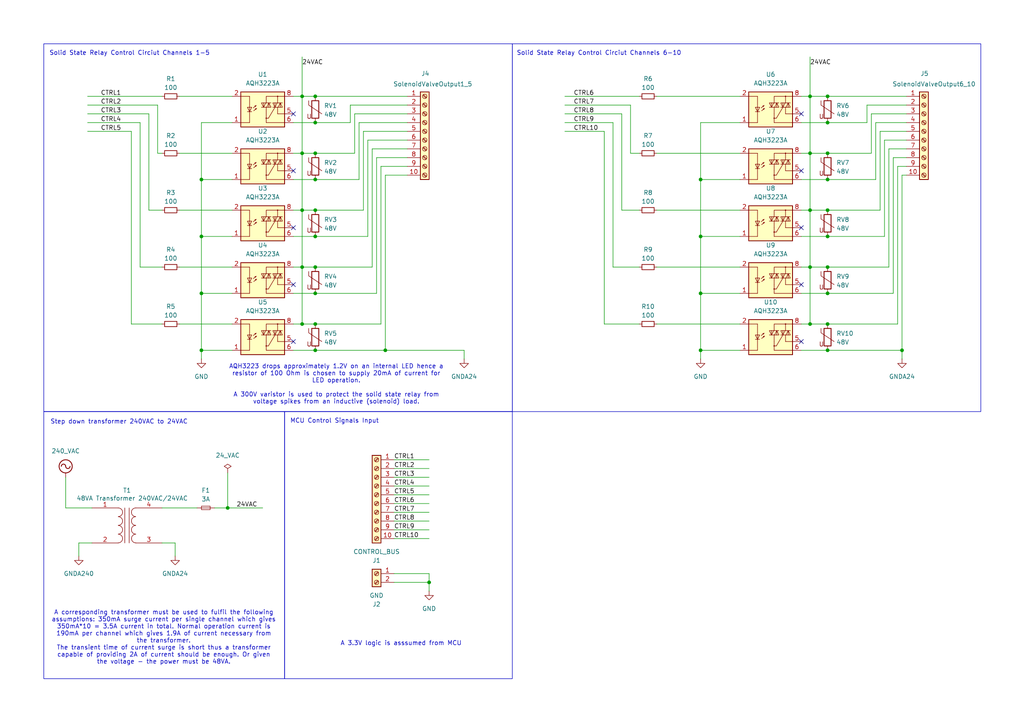
<source format=kicad_sch>
(kicad_sch (version 20231120) (generator "eeschema") (generator_version "8.0")
  (paper "A4")
  (lib_symbols
    (symbol "Connector:Screw_Terminal_01x02" (pin_names (offset 1.016) hide)
      (property "Reference" "J" (at 0 2.54 0))
      (property "Value" "Screw_Terminal_01x02" (at 0 -5.08 0))
      (symbol "Screw_Terminal_01x02_1_1"
        (rectangle (start -1.27 1.27) (end 1.27 -3.81) (stroke (width 0.254)) (fill (type background)))
        (circle (center 0 -2.54) (radius 0.635) (stroke (width 0.1524)))
        (polyline (pts (xy -0.5334 -2.2098) (xy 0.3302 -3.048)) (stroke (width 0.1524)))
        (polyline (pts (xy -0.5334 0.3302) (xy 0.3302 -0.508)) (stroke (width 0.1524)))
        (polyline (pts (xy -0.3556 -2.032) (xy 0.508 -2.8702)) (stroke (width 0.1524)))
        (polyline (pts (xy -0.3556 0.508) (xy 0.508 -0.3302)) (stroke (width 0.1524)))
        (circle (center 0 0) (radius 0.635) (stroke (width 0.1524)))
        (pin passive line (at -5.08 0 0) (length 3.81) (name "Pin_1") (number "1"))
        (pin passive line (at -5.08 -2.54 0) (length 3.81) (name "Pin_2") (number "2"))
      )
    )
    (symbol "Connector:Screw_Terminal_01x10" (pin_names (offset 1.016) hide)
      (property "Reference" "J" (at 0 12.7 0))
      (property "Value" "Screw_Terminal_01x10" (at 0 -15.24 0))
      (symbol "Screw_Terminal_01x10_1_1"
        (rectangle (start -1.27 11.43) (end 1.27 -13.97) (stroke (width 0.254)) (fill (type background)))
        (circle (center 0 -12.7) (radius 0.635) (stroke (width 0.1524)))
        (circle (center 0 -10.16) (radius 0.635) (stroke (width 0.1524)))
        (circle (center 0 -7.62) (radius 0.635) (stroke (width 0.1524)))
        (circle (center 0 -5.08) (radius 0.635) (stroke (width 0.1524)))
        (circle (center 0 -2.54) (radius 0.635) (stroke (width 0.1524)))
        (polyline (pts (xy -0.5334 -12.3698) (xy 0.3302 -13.208)) (stroke (width 0.1524)))
        (polyline (pts (xy -0.5334 -9.8298) (xy 0.3302 -10.668)) (stroke (width 0.1524)))
        (polyline (pts (xy -0.5334 -7.2898) (xy 0.3302 -8.128)) (stroke (width 0.1524)))
        (polyline (pts (xy -0.5334 -4.7498) (xy 0.3302 -5.588)) (stroke (width 0.1524)))
        (polyline (pts (xy -0.5334 -2.2098) (xy 0.3302 -3.048)) (stroke (width 0.1524)))
        (polyline (pts (xy -0.5334 0.3302) (xy 0.3302 -0.508)) (stroke (width 0.1524)))
        (polyline (pts (xy -0.5334 2.8702) (xy 0.3302 2.032)) (stroke (width 0.1524)))
        (polyline (pts (xy -0.5334 5.4102) (xy 0.3302 4.572)) (stroke (width 0.1524)))
        (polyline (pts (xy -0.5334 7.9502) (xy 0.3302 7.112)) (stroke (width 0.1524)))
        (polyline (pts (xy -0.5334 10.4902) (xy 0.3302 9.652)) (stroke (width 0.1524)))
        (polyline (pts (xy -0.3556 -12.192) (xy 0.508 -13.0302)) (stroke (width 0.1524)))
        (polyline (pts (xy -0.3556 -9.652) (xy 0.508 -10.4902)) (stroke (width 0.1524)))
        (polyline (pts (xy -0.3556 -7.112) (xy 0.508 -7.9502)) (stroke (width 0.1524)))
        (polyline (pts (xy -0.3556 -4.572) (xy 0.508 -5.4102)) (stroke (width 0.1524)))
        (polyline (pts (xy -0.3556 -2.032) (xy 0.508 -2.8702)) (stroke (width 0.1524)))
        (polyline (pts (xy -0.3556 0.508) (xy 0.508 -0.3302)) (stroke (width 0.1524)))
        (polyline (pts (xy -0.3556 3.048) (xy 0.508 2.2098)) (stroke (width 0.1524)))
        (polyline (pts (xy -0.3556 5.588) (xy 0.508 4.7498)) (stroke (width 0.1524)))
        (polyline (pts (xy -0.3556 8.128) (xy 0.508 7.2898)) (stroke (width 0.1524)))
        (polyline (pts (xy -0.3556 10.668) (xy 0.508 9.8298)) (stroke (width 0.1524)))
        (circle (center 0 0) (radius 0.635) (stroke (width 0.1524)))
        (circle (center 0 2.54) (radius 0.635) (stroke (width 0.1524)))
        (circle (center 0 5.08) (radius 0.635) (stroke (width 0.1524)))
        (circle (center 0 7.62) (radius 0.635) (stroke (width 0.1524)))
        (circle (center 0 10.16) (radius 0.635) (stroke (width 0.1524)))
        (pin passive line (at -5.08 10.16 0) (length 3.81) (name "Pin_1") (number "1"))
        (pin passive line (at -5.08 -12.7 0) (length 3.81) (name "Pin_10") (number "10"))
        (pin passive line (at -5.08 7.62 0) (length 3.81) (name "Pin_2") (number "2"))
        (pin passive line (at -5.08 5.08 0) (length 3.81) (name "Pin_3") (number "3"))
        (pin passive line (at -5.08 2.54 0) (length 3.81) (name "Pin_4") (number "4"))
        (pin passive line (at -5.08 0 0) (length 3.81) (name "Pin_5") (number "5"))
        (pin passive line (at -5.08 -2.54 0) (length 3.81) (name "Pin_6") (number "6"))
        (pin passive line (at -5.08 -5.08 0) (length 3.81) (name "Pin_7") (number "7"))
        (pin passive line (at -5.08 -7.62 0) (length 3.81) (name "Pin_8") (number "8"))
        (pin passive line (at -5.08 -10.16 0) (length 3.81) (name "Pin_9") (number "9"))
      )
    )
    (symbol "Device:Fuse_Small" (pin_numbers hide) (pin_names (offset 0.254) hide)
      (property "Reference" "F" (at 0 -1.524 0))
      (property "Value" "Fuse_Small" (at 0 1.524 0))
      (symbol "Fuse_Small_0_1"
        (rectangle (start -1.27 0.508) (end 1.27 -0.508))
        (polyline (pts (xy -1.27 0) (xy 1.27 0)))
      )
      (symbol "Fuse_Small_1_1"
        (pin passive line (at -2.54 0 0) (length 1.27) (name "~") (number "1"))
        (pin passive line (at 2.54 0 180) (length 1.27) (name "~") (number "2"))
      )
    )
    (symbol "Device:R_Small" (pin_numbers hide) (pin_names (offset 0.254) hide)
      (property "Reference" "R" (at 0.762 0.508 0))
      (property "Value" "R_Small" (at 0.762 -1.016 0))
      (symbol "R_Small_0_1"
        (rectangle (start -0.762 1.778) (end 0.762 -1.778) (stroke (width 0.2032)))
      )
      (symbol "R_Small_1_1"
        (pin passive line (at 0 2.54 270) (length 0.762) (name "~") (number "1"))
        (pin passive line (at 0 -2.54 90) (length 0.762) (name "~") (number "2"))
      )
    )
    (symbol "Device:Transformer_1P_1S" (pin_names (offset 1.016) hide)
      (property "Reference" "T" (at 0 6.35 0))
      (property "Value" "Transformer_1P_1S" (at 0 -7.62 0))
      (symbol "Transformer_1P_1S_0_1"
        (arc (start -2.54 -5.0546) (mid -1.6599 -4.6901) (end -1.27 -3.81))
        (arc (start -2.54 -2.5146) (mid -1.6599 -2.1501) (end -1.27 -1.27))
        (arc (start -2.54 0.0254) (mid -1.6599 0.3899) (end -1.27 1.27))
        (arc (start -2.54 2.5654) (mid -1.6599 2.9299) (end -1.27 3.81))
        (arc (start -1.27 -3.81) (mid -1.642 -2.912) (end -2.54 -2.54))
        (arc (start -1.27 -1.27) (mid -1.642 -0.372) (end -2.54 0))
        (arc (start -1.27 1.27) (mid -1.642 2.168) (end -2.54 2.54))
        (arc (start -1.27 3.81) (mid -1.642 4.708) (end -2.54 5.08))
        (polyline (pts (xy -0.635 5.08) (xy -0.635 -5.08)))
        (polyline (pts (xy 0.635 -5.08) (xy 0.635 5.08)))
        (arc (start 1.2954 -1.27) (mid 1.6599 -2.1501) (end 2.54 -2.5146))
        (arc (start 1.2954 1.27) (mid 1.6599 0.3899) (end 2.54 0.0254))
        (arc (start 1.2954 3.81) (mid 1.6599 2.9299) (end 2.54 2.5654))
        (arc (start 1.3208 -3.81) (mid 1.6853 -4.6901) (end 2.5654 -5.0546))
        (arc (start 2.54 0) (mid 1.642 -0.372) (end 1.2954 -1.27))
        (arc (start 2.54 2.54) (mid 1.642 2.168) (end 1.2954 1.27))
        (arc (start 2.54 5.08) (mid 1.642 4.708) (end 1.2954 3.81))
        (arc (start 2.5654 -2.54) (mid 1.6674 -2.912) (end 1.3208 -3.81))
      )
      (symbol "Transformer_1P_1S_1_1"
        (pin passive line (at -10.16 5.08 0) (length 7.62) (name "AA") (number "1"))
        (pin passive line (at -10.16 -5.08 0) (length 7.62) (name "AB") (number "2"))
        (pin passive line (at 10.16 -5.08 180) (length 7.62) (name "SA") (number "3"))
        (pin passive line (at 10.16 5.08 180) (length 7.62) (name "SB") (number "4"))
      )
    )
    (symbol "Device:Varistor" (pin_numbers hide) (pin_names (offset 0))
      (property "Reference" "RV" (at 3.175 0 90))
      (property "Value" "Varistor" (at -3.175 0 90))
      (symbol "Varistor_0_0"
        (text "U" (at -1.778 -2.032 0) (effects (font (size 1.27 1.27))))
      )
      (symbol "Varistor_0_1"
        (rectangle (start -1.016 -2.54) (end 1.016 2.54) (stroke (width 0.254)))
        (polyline (pts (xy -1.905 2.54) (xy -1.905 1.27) (xy 1.905 -1.27)))
      )
      (symbol "Varistor_1_1"
        (pin passive line (at 0 3.81 270) (length 1.27) (name "~") (number "1"))
        (pin passive line (at 0 -3.81 90) (length 1.27) (name "~") (number "2"))
      )
    )
    (symbol "Relay_SolidState:AQH3223A"
      (property "Reference" "U" (at -5.08 5.08 0))
      (property "Value" "AQH3223A" (at 0 5.08 0))
      (symbol "AQH3223A_1_1"
        (rectangle (start -7.62 3.81) (end 5.08 -6.35) (stroke (width 0.254)) (fill (type background)))
        (circle (center -0.254 -3.81) (radius 0.127))
        (polyline (pts (xy -5.715 -1.905) (xy -4.445 -1.905)))
        (polyline (pts (xy -5.08 -5.08) (xy -7.62 -5.08)))
        (polyline (pts (xy -5.08 -1.905) (xy -5.08 -5.08)))
        (polyline (pts (xy -5.08 -0.635) (xy -5.08 -1.905)))
        (polyline (pts (xy -5.08 -0.635) (xy -5.08 2.54)))
        (polyline (pts (xy -5.08 2.54) (xy -7.493 2.54)))
        (polyline (pts (xy -3.3782 -0.2794) (xy -4.0132 -0.8128)))
        (polyline (pts (xy -3.2512 -1.1176) (xy -3.8862 -1.651)))
        (polyline (pts (xy -1.016 -0.635) (xy -1.016 0.635)))
        (polyline (pts (xy -0.254 -3.81) (xy 0.381 -3.81)))
        (polyline (pts (xy -0.254 -2.54) (xy -0.254 -5.08)))
        (polyline (pts (xy -0.254 -2.54) (xy -0.254 -0.635)))
        (polyline (pts (xy 0.381 -3.81) (xy 2.286 -0.635)))
        (polyline (pts (xy 0.508 0.635) (xy 0.508 -0.635)))
        (polyline (pts (xy 2.286 -0.635) (xy 2.286 0.635)))
        (polyline (pts (xy 3.048 -2.54) (xy 5.08 -2.54)))
        (polyline (pts (xy 3.048 -0.635) (xy 3.048 -2.54)))
        (polyline (pts (xy 3.048 2.54) (xy 3.048 0.635)))
        (polyline (pts (xy 3.81 0.635) (xy 3.81 -0.635)))
        (polyline (pts (xy 5.08 -5.08) (xy -0.254 -5.08)))
        (polyline (pts (xy 5.08 2.54) (xy 3.048 2.54)))
        (polyline (pts (xy 3.048 2.54) (xy -0.254 2.54) (xy -0.254 0.635)))
        (polyline (pts (xy -5.08 -1.905) (xy -5.715 -0.635) (xy -4.445 -0.635) (xy -5.08 -1.905)))
        (polyline (pts (xy -3.556 -0.254) (xy -3.3782 -0.4318) (xy -3.1496 -0.1016) (xy -3.556 -0.254)))
        (polyline (pts (xy -3.429 -1.0922) (xy -3.2512 -1.27) (xy -3.0226 -0.9398) (xy -3.429 -1.0922)))
        (polyline (pts (xy -1.651 -0.635) (xy 1.143 -0.635) (xy 0.508 0.635) (xy -0.127 -0.635)))
        (polyline (pts (xy 1.143 0.635) (xy -1.651 0.635) (xy -1.016 -0.635) (xy -0.381 0.635)))
        (polyline (pts (xy 1.651 -0.635) (xy 4.445 -0.635) (xy 3.81 0.635) (xy 3.175 -0.635)))
        (polyline (pts (xy 4.445 0.635) (xy 1.651 0.635) (xy 2.286 -0.635) (xy 2.921 0.635)))
        (circle (center 3.048 2.54) (radius 0.127))
        (pin passive line (at -10.16 -5.08 0) (length 2.54) (name "~") (number "1"))
        (pin passive line (at -10.16 2.54 0) (length 2.54) (name "~") (number "2"))
        (pin passive line (at -10.16 -5.08 0) (length 2.54) hide (name "~") (number "3"))
        (pin passive line (at -10.16 -5.08 0) (length 2.54) hide (name "~") (number "4"))
        (pin passive line (at 7.62 -2.54 180) (length 2.54) (name "~") (number "5"))
        (pin passive line (at 7.62 -5.08 180) (length 2.54) (name "~") (number "6"))
        (pin passive line (at 7.62 2.54 180) (length 2.54) (name "~") (number "8"))
      )
    )
    (symbol "power:GND" (power) (pin_numbers hide) (pin_names (offset 0) hide)
      (property "Value" "GND" (at 0 -3.81 0))
      (symbol "GND_0_1"
        (polyline (pts (xy 0 0) (xy 0 -1.27) (xy 1.27 -1.27) (xy 0 -2.54) (xy -1.27 -1.27) (xy 0 -1.27)))
      )
      (symbol "GND_1_1"
        (pin power_in line (at 0 0 270) (length 0) (name "~") (number "1"))
      )
    )
    (symbol "power:GNDA" (power) (pin_numbers hide) (pin_names (offset 0) hide)
      (property "Value" "GNDA" (at 0 -3.81 0))
      (symbol "GNDA_0_1"
        (polyline (pts (xy 0 0) (xy 0 -1.27) (xy 1.27 -1.27) (xy 0 -2.54) (xy -1.27 -1.27) (xy 0 -1.27)))
      )
      (symbol "GNDA_1_1"
        (pin power_in line (at 0 0 270) (length 0) (name "~") (number "1"))
      )
    )
    (symbol "power:PWR_FLAG" (power) (pin_numbers hide) (pin_names (offset 0) hide)
      (property "Value" "PWR_FLAG" (at 0 3.81 0))
      (symbol "PWR_FLAG_0_0"
        (pin power_out line (at 0 0 90) (length 0) (name "~") (number "1"))
      )
      (symbol "PWR_FLAG_0_1"
        (polyline (pts (xy 0 0) (xy 0 1.27) (xy -1.016 1.905) (xy 0 2.54) (xy 1.016 1.905) (xy 0 1.27)))
      )
    )
    (symbol "power:VAC" (power) (pin_numbers hide) (pin_names (offset 0) hide)
      (property "Value" "VAC" (at 0 6.35 0))
      (symbol "VAC_0_1"
        (polyline (pts (xy 0 0) (xy 0 1.27)))
        (arc (start 0 3.175) (mid -0.635 3.8073) (end -1.27 3.175) (stroke (width 0.254)))
        (arc (start 0 3.175) (mid 0.635 2.5427) (end 1.27 3.175) (stroke (width 0.254)))
        (circle (center 0 3.175) (radius 1.905) (stroke (width 0.254)))
      )
      (symbol "VAC_1_1"
        (pin power_in line (at 0 0 90) (length 0) (name "~") (number "1"))
      )
    )
  )
  (junction (at 240.03 85.09))
  (junction (at 203.2 68.58))
  (junction (at 91.44 85.09))
  (junction (at 240.03 35.56))
  (junction (at 58.42 101.6))
  (junction (at 66.04 147.32))
  (junction (at 240.03 101.6))
  (junction (at 91.44 101.6))
  (junction (at 58.42 52.07))
  (junction (at 203.2 85.09))
  (junction (at 111.76 101.6))
  (junction (at 91.44 35.56))
  (junction (at 240.03 68.58))
  (junction (at 261.62 101.6))
  (junction (at 91.44 77.47))
  (junction (at 91.44 44.45))
  (junction (at 240.03 44.45))
  (junction (at 240.03 27.94))
  (junction (at 87.63 44.45))
  (junction (at 91.44 52.07))
  (junction (at 87.63 27.94))
  (junction (at 91.44 93.98))
  (junction (at 203.2 52.07))
  (junction (at 240.03 52.07))
  (junction (at 203.2 101.6))
  (junction (at 124.46 168.91))
  (junction (at 58.42 68.58))
  (junction (at 91.44 27.94))
  (junction (at 240.03 77.47))
  (junction (at 234.95 44.45))
  (junction (at 234.95 27.94))
  (junction (at 87.63 93.98))
  (junction (at 91.44 68.58))
  (junction (at 87.63 77.47))
  (junction (at 234.95 93.98))
  (junction (at 58.42 85.09))
  (junction (at 240.03 93.98))
  (junction (at 234.95 77.47))
  (junction (at 91.44 60.96))
  (junction (at 87.63 60.96))
  (junction (at 234.95 60.96))
  (junction (at 240.03 60.96))
  (no_connect (at 85.09 99.06))
  (no_connect (at 85.09 82.55))
  (no_connect (at 85.09 33.02))
  (no_connect (at 232.41 49.53))
  (no_connect (at 232.41 82.55))
  (no_connect (at 232.41 66.04))
  (no_connect (at 232.41 33.02))
  (no_connect (at 232.41 99.06))
  (no_connect (at 85.09 66.04))
  (no_connect (at 85.09 49.53))
  (wire (pts (xy 45.72 30.48) (xy 45.72 44.45)))
  (wire (pts (xy 85.09 93.98) (xy 87.63 93.98)))
  (wire (pts (xy 91.44 44.45) (xy 102.87 44.45)))
  (wire (pts (xy 45.72 44.45) (xy 46.99 44.45)))
  (wire (pts (xy 91.44 85.09) (xy 109.22 85.09)))
  (wire (pts (xy 234.95 44.45) (xy 234.95 60.96)))
  (wire (pts (xy 91.44 101.6) (xy 111.76 101.6)))
  (wire (pts (xy 163.83 35.56) (xy 177.8 35.56)))
  (wire (pts (xy 256.54 40.64) (xy 256.54 68.58)))
  (wire (pts (xy 261.62 101.6) (xy 261.62 104.14)))
  (wire (pts (xy 22.86 157.48) (xy 22.86 161.29)))
  (wire (pts (xy 114.3 166.37) (xy 124.46 166.37)))
  (wire (pts (xy 91.44 93.98) (xy 110.49 93.98)))
  (wire (pts (xy 203.2 85.09) (xy 214.63 85.09)))
  (wire (pts (xy 234.95 60.96) (xy 240.03 60.96)))
  (wire (pts (xy 52.07 27.94) (xy 67.31 27.94)))
  (wire (pts (xy 190.5 27.94) (xy 214.63 27.94)))
  (wire (pts (xy 85.09 77.47) (xy 87.63 77.47)))
  (wire (pts (xy 111.76 50.8) (xy 111.76 101.6)))
  (wire (pts (xy 252.73 44.45) (xy 252.73 33.02)))
  (wire (pts (xy 256.54 68.58) (xy 240.03 68.58)))
  (wire (pts (xy 114.3 168.91) (xy 124.46 168.91)))
  (wire (pts (xy 163.83 30.48) (xy 182.88 30.48)))
  (wire (pts (xy 109.22 45.72) (xy 109.22 85.09)))
  (wire (pts (xy 118.11 45.72) (xy 109.22 45.72)))
  (wire (pts (xy 203.2 68.58) (xy 203.2 85.09)))
  (wire (pts (xy 232.41 35.56) (xy 240.03 35.56)))
  (wire (pts (xy 114.3 151.13) (xy 124.46 151.13)))
  (wire (pts (xy 118.11 35.56) (xy 104.14 35.56)))
  (wire (pts (xy 118.11 30.48) (xy 101.6 30.48)))
  (wire (pts (xy 232.41 77.47) (xy 234.95 77.47)))
  (wire (pts (xy 91.44 68.58) (xy 106.68 68.58)))
  (wire (pts (xy 203.2 52.07) (xy 214.63 52.07)))
  (wire (pts (xy 85.09 68.58) (xy 91.44 68.58)))
  (wire (pts (xy 185.42 44.45) (xy 182.88 44.45)))
  (wire (pts (xy 107.95 43.18) (xy 118.11 43.18)))
  (wire (pts (xy 240.03 52.07) (xy 232.41 52.07)))
  (wire (pts (xy 214.63 44.45) (xy 190.5 44.45)))
  (wire (pts (xy 234.95 27.94) (xy 234.95 44.45)))
  (wire (pts (xy 58.42 68.58) (xy 58.42 85.09)))
  (wire (pts (xy 25.4 35.56) (xy 40.64 35.56)))
  (wire (pts (xy 58.42 52.07) (xy 67.31 52.07)))
  (wire (pts (xy 50.8 157.48) (xy 50.8 161.29)))
  (wire (pts (xy 87.63 27.94) (xy 87.63 44.45)))
  (wire (pts (xy 203.2 52.07) (xy 203.2 68.58)))
  (wire (pts (xy 234.95 27.94) (xy 240.03 27.94)))
  (wire (pts (xy 52.07 44.45) (xy 67.31 44.45)))
  (wire (pts (xy 134.62 101.6) (xy 134.62 104.14)))
  (wire (pts (xy 87.63 60.96) (xy 87.63 77.47)))
  (wire (pts (xy 180.34 60.96) (xy 180.34 33.02)))
  (wire (pts (xy 240.03 35.56) (xy 251.46 35.56)))
  (wire (pts (xy 87.63 60.96) (xy 91.44 60.96)))
  (wire (pts (xy 114.3 138.43) (xy 124.46 138.43)))
  (wire (pts (xy 240.03 44.45) (xy 252.73 44.45)))
  (wire (pts (xy 38.1 38.1) (xy 38.1 93.98)))
  (wire (pts (xy 261.62 101.6) (xy 240.03 101.6)))
  (wire (pts (xy 110.49 93.98) (xy 110.49 48.26)))
  (wire (pts (xy 240.03 93.98) (xy 260.35 93.98)))
  (wire (pts (xy 254 35.56) (xy 254 52.07)))
  (wire (pts (xy 25.4 30.48) (xy 45.72 30.48)))
  (wire (pts (xy 234.95 77.47) (xy 240.03 77.47)))
  (wire (pts (xy 232.41 60.96) (xy 234.95 60.96)))
  (wire (pts (xy 234.95 60.96) (xy 234.95 77.47)))
  (wire (pts (xy 104.14 35.56) (xy 104.14 52.07)))
  (wire (pts (xy 185.42 60.96) (xy 180.34 60.96)))
  (wire (pts (xy 85.09 44.45) (xy 87.63 44.45)))
  (wire (pts (xy 91.44 60.96) (xy 105.41 60.96)))
  (wire (pts (xy 58.42 35.56) (xy 58.42 52.07)))
  (wire (pts (xy 232.41 93.98) (xy 234.95 93.98)))
  (wire (pts (xy 114.3 140.97) (xy 124.46 140.97)))
  (wire (pts (xy 66.04 147.32) (xy 62.23 147.32)))
  (wire (pts (xy 67.31 35.56) (xy 58.42 35.56)))
  (wire (pts (xy 261.62 50.8) (xy 261.62 101.6)))
  (wire (pts (xy 262.89 38.1) (xy 255.27 38.1)))
  (wire (pts (xy 105.41 60.96) (xy 105.41 38.1)))
  (wire (pts (xy 203.2 85.09) (xy 203.2 101.6)))
  (wire (pts (xy 203.2 101.6) (xy 214.63 101.6)))
  (wire (pts (xy 52.07 60.96) (xy 67.31 60.96)))
  (wire (pts (xy 118.11 40.64) (xy 106.68 40.64)))
  (wire (pts (xy 87.63 16.51) (xy 87.63 27.94)))
  (wire (pts (xy 87.63 77.47) (xy 87.63 93.98)))
  (wire (pts (xy 177.8 77.47) (xy 177.8 35.56)))
  (wire (pts (xy 91.44 35.56) (xy 85.09 35.56)))
  (wire (pts (xy 19.05 138.43) (xy 19.05 147.32)))
  (wire (pts (xy 102.87 33.02) (xy 118.11 33.02)))
  (wire (pts (xy 260.35 48.26) (xy 260.35 93.98)))
  (wire (pts (xy 203.2 68.58) (xy 214.63 68.58)))
  (wire (pts (xy 58.42 101.6) (xy 58.42 104.14)))
  (wire (pts (xy 262.89 40.64) (xy 256.54 40.64)))
  (wire (pts (xy 234.95 16.51) (xy 234.95 27.94)))
  (wire (pts (xy 58.42 85.09) (xy 67.31 85.09)))
  (wire (pts (xy 240.03 101.6) (xy 232.41 101.6)))
  (wire (pts (xy 118.11 50.8) (xy 111.76 50.8)))
  (wire (pts (xy 262.89 45.72) (xy 259.08 45.72)))
  (wire (pts (xy 26.67 157.48) (xy 22.86 157.48)))
  (wire (pts (xy 163.83 33.02) (xy 180.34 33.02)))
  (wire (pts (xy 57.15 147.32) (xy 46.99 147.32)))
  (wire (pts (xy 257.81 43.18) (xy 257.81 77.47)))
  (wire (pts (xy 232.41 27.94) (xy 234.95 27.94)))
  (wire (pts (xy 91.44 77.47) (xy 107.95 77.47)))
  (wire (pts (xy 58.42 52.07) (xy 58.42 68.58)))
  (wire (pts (xy 203.2 101.6) (xy 203.2 104.14)))
  (wire (pts (xy 185.42 93.98) (xy 175.26 93.98)))
  (wire (pts (xy 40.64 77.47) (xy 46.99 77.47)))
  (wire (pts (xy 114.3 146.05) (xy 124.46 146.05)))
  (wire (pts (xy 85.09 60.96) (xy 87.63 60.96)))
  (wire (pts (xy 259.08 45.72) (xy 259.08 85.09)))
  (wire (pts (xy 85.09 101.6) (xy 91.44 101.6)))
  (wire (pts (xy 25.4 33.02) (xy 43.18 33.02)))
  (wire (pts (xy 251.46 30.48) (xy 262.89 30.48)))
  (wire (pts (xy 58.42 68.58) (xy 67.31 68.58)))
  (wire (pts (xy 87.63 93.98) (xy 91.44 93.98)))
  (wire (pts (xy 66.04 147.32) (xy 76.2 147.32)))
  (wire (pts (xy 175.26 93.98) (xy 175.26 38.1)))
  (wire (pts (xy 124.46 166.37) (xy 124.46 168.91)))
  (wire (pts (xy 87.63 77.47) (xy 91.44 77.47)))
  (wire (pts (xy 252.73 33.02) (xy 262.89 33.02)))
  (wire (pts (xy 234.95 77.47) (xy 234.95 93.98)))
  (wire (pts (xy 114.3 135.89) (xy 124.46 135.89)))
  (wire (pts (xy 234.95 44.45) (xy 240.03 44.45)))
  (wire (pts (xy 102.87 44.45) (xy 102.87 33.02)))
  (wire (pts (xy 114.3 133.35) (xy 124.46 133.35)))
  (wire (pts (xy 114.3 156.21) (xy 124.46 156.21)))
  (wire (pts (xy 58.42 101.6) (xy 67.31 101.6)))
  (wire (pts (xy 240.03 77.47) (xy 257.81 77.47)))
  (wire (pts (xy 110.49 48.26) (xy 118.11 48.26)))
  (wire (pts (xy 262.89 48.26) (xy 260.35 48.26)))
  (wire (pts (xy 240.03 60.96) (xy 255.27 60.96)))
  (wire (pts (xy 91.44 52.07) (xy 104.14 52.07)))
  (wire (pts (xy 214.63 77.47) (xy 190.5 77.47)))
  (wire (pts (xy 58.42 85.09) (xy 58.42 101.6)))
  (wire (pts (xy 114.3 143.51) (xy 124.46 143.51)))
  (wire (pts (xy 111.76 101.6) (xy 134.62 101.6)))
  (wire (pts (xy 214.63 60.96) (xy 190.5 60.96)))
  (wire (pts (xy 91.44 27.94) (xy 118.11 27.94)))
  (wire (pts (xy 114.3 153.67) (xy 124.46 153.67)))
  (wire (pts (xy 85.09 52.07) (xy 91.44 52.07)))
  (wire (pts (xy 87.63 44.45) (xy 87.63 60.96)))
  (wire (pts (xy 163.83 38.1) (xy 175.26 38.1)))
  (wire (pts (xy 232.41 44.45) (xy 234.95 44.45)))
  (wire (pts (xy 255.27 38.1) (xy 255.27 60.96)))
  (wire (pts (xy 114.3 148.59) (xy 124.46 148.59)))
  (wire (pts (xy 262.89 35.56) (xy 254 35.56)))
  (wire (pts (xy 124.46 168.91) (xy 124.46 171.45)))
  (wire (pts (xy 251.46 35.56) (xy 251.46 30.48)))
  (wire (pts (xy 259.08 85.09) (xy 240.03 85.09)))
  (wire (pts (xy 107.95 77.47) (xy 107.95 43.18)))
  (wire (pts (xy 214.63 93.98) (xy 190.5 93.98)))
  (wire (pts (xy 262.89 50.8) (xy 261.62 50.8)))
  (wire (pts (xy 46.99 157.48) (xy 50.8 157.48)))
  (wire (pts (xy 185.42 77.47) (xy 177.8 77.47)))
  (wire (pts (xy 101.6 35.56) (xy 91.44 35.56)))
  (wire (pts (xy 182.88 44.45) (xy 182.88 30.48)))
  (wire (pts (xy 240.03 85.09) (xy 232.41 85.09)))
  (wire (pts (xy 87.63 44.45) (xy 91.44 44.45)))
  (wire (pts (xy 262.89 43.18) (xy 257.81 43.18)))
  (wire (pts (xy 240.03 27.94) (xy 262.89 27.94)))
  (wire (pts (xy 52.07 77.47) (xy 67.31 77.47)))
  (wire (pts (xy 203.2 35.56) (xy 203.2 52.07)))
  (wire (pts (xy 163.83 27.94) (xy 185.42 27.94)))
  (wire (pts (xy 52.07 93.98) (xy 67.31 93.98)))
  (wire (pts (xy 105.41 38.1) (xy 118.11 38.1)))
  (wire (pts (xy 85.09 27.94) (xy 87.63 27.94)))
  (wire (pts (xy 40.64 35.56) (xy 40.64 77.47)))
  (wire (pts (xy 43.18 60.96) (xy 46.99 60.96)))
  (wire (pts (xy 66.04 137.16) (xy 66.04 147.32)))
  (wire (pts (xy 106.68 40.64) (xy 106.68 68.58)))
  (wire (pts (xy 101.6 30.48) (xy 101.6 35.56)))
  (wire (pts (xy 25.4 38.1) (xy 38.1 38.1)))
  (wire (pts (xy 214.63 35.56) (xy 203.2 35.56)))
  (wire (pts (xy 43.18 33.02) (xy 43.18 60.96)))
  (wire (pts (xy 85.09 85.09) (xy 91.44 85.09)))
  (wire (pts (xy 254 52.07) (xy 240.03 52.07)))
  (wire (pts (xy 25.4 27.94) (xy 46.99 27.94)))
  (wire (pts (xy 87.63 27.94) (xy 91.44 27.94)))
  (wire (pts (xy 38.1 93.98) (xy 46.99 93.98)))
  (wire (pts (xy 234.95 93.98) (xy 240.03 93.98)))
  (wire (pts (xy 19.05 147.32) (xy 26.67 147.32)))
  (wire (pts (xy 240.03 68.58) (xy 232.41 68.58)))
  (rectangle (start 12.7 119.38) (end 82.55 196.85))
  (rectangle (start 82.55 119.38) (end 148.59 196.85))
  (rectangle (start 12.7 12.7) (end 148.59 119.38))
  (rectangle (start 148.59 12.7) (end 284.48 119.38))
  (text "MCU Control Signals Input" (at 97.028 122.174 0) (effects (font (size 1.27 1.27))))
  (text "AQH3223 drops approximately 1.2V on an internal LED hence a\nresistor of 100 Ohm is chosen to supply 20mA of current for\nLED operation.\n\nA 300V varistor is used to protect the solid state relay from\nvoltage spikes from an inductive (solenoid) load." (at 97.536 111.506 0) (effects (font (size 1.27 1.27))))
  (text "A corresponding transformer must be used to fulfil the following\nassumptions: 350mA surge current per single channel which gives\n350mA*10 = 3.5A current in total. Normal operation current is\n190mA per channel which gives 1.9A of current necessary from\nthe transformer.\nThe transient time of current surge is short thus a transformer\ncapable of providing 2A of current should be enough. Or given\nthe voltage - the power must be 48VA." (at 47.498 184.912 0) (effects (font (size 1.27 1.27))))
  (text "Step down transformer 240VAC to 24VAC" (at 34.544 122.428 0) (effects (font (size 1.27 1.27))))
  (text "Solid State Relay Control Circiut Channels 6-10" (at 173.736 15.494 0) (effects (font (size 1.27 1.27))))
  (text "A 3.3V logic is asssumed from MCU" (at 116.332 186.69 0) (effects (font (size 1.27 1.27))))
  (text "Solid State Relay Control Circiut Channels 1-5" (at 37.592 15.494 0) (effects (font (size 1.27 1.27))))
  (label "CTRL1" (at 114.3 133.35 0))
  (label "CTRL7" (at 114.3 148.59 0))
  (label "CTRL9" (at 166.37 35.56 0))
  (label "CTRL7" (at 166.37 30.48 0))
  (label "CTRL8" (at 114.3 151.13 0))
  (label "CTRL6" (at 166.37 27.94 0))
  (label "CTRL6" (at 114.3 146.05 0))
  (label "24VAC" (at 68.58 147.32 0))
  (label "CTRL2" (at 114.3 135.89 0))
  (label "CTRL5" (at 114.3 143.51 0))
  (label "CTRL2" (at 29.21 30.48 0))
  (label "CTRL10" (at 166.37 38.1 0))
  (label "CTRL3" (at 114.3 138.43 0))
  (label "24VAC" (at 87.63 19.05 0))
  (label "CTRL8" (at 166.37 33.02 0))
  (label "CTRL4" (at 29.21 35.56 0))
  (label "CTRL9" (at 114.3 153.67 0))
  (label "CTRL1" (at 29.21 27.94 0))
  (label "24VAC" (at 234.95 19.05 0))
  (label "CTRL3" (at 29.21 33.02 0))
  (label "CTRL5" (at 29.21 38.1 0))
  (label "CTRL4" (at 114.3 140.97 0))
  (label "CTRL10" (at 114.3 156.21 0))
  (symbol (lib_id "power:GND") (at 124.46 171.45 0) (unit 1)
    (property "Reference" "#PWR06" (effects (hide yes)))
    (property "Value" "GND" (at 124.46 176.53 0))
    (property "Description" "Power symbol creates a global label with name \"GND\" , ground" (effects (hide yes)))
  )
  (symbol (lib_id "Device:R_Small") (at 49.53 44.45 90) (unit 1)
    (property "Reference" "R2" (at 49.53 39.37 90))
    (property "Value" "100" (at 49.53 41.91 90))
    (property "Description" "Resistor, small symbol" (effects (hide yes)))
  )
  (symbol (lib_id "Device:R_Small") (at 187.96 77.47 90) (unit 1)
    (property "Reference" "R9" (at 187.96 72.39 90))
    (property "Value" "100" (at 187.96 74.93 90))
    (property "Description" "Resistor, small symbol" (effects (hide yes)))
  )
  (symbol (lib_id "power:GNDA") (at 50.8 161.29 0) (unit 1)
    (property "Reference" "#PWR05" (effects (hide yes)))
    (property "Value" "GNDA24" (at 50.8 166.37 0))
    (property "Description" "Power symbol creates a global label with name \"GNDA\" , analog ground" (effects (hide yes)))
  )
  (symbol (lib_id "Device:Varistor") (at 240.03 64.77 0) (unit 1)
    (property "Reference" "RV8" (at 242.57 63.6932 0) (effects (justify left)))
    (property "Value" "48V" (at 242.57 66.2332 0) (effects (justify left)))
    (property "Description" "Voltage dependent resistor" (effects (hide yes)))
    (property "Sim.Name" "kicad_builtin_varistor" (effects (hide yes)))
    (property "Sim.Device" "SUBCKT" (effects (hide yes)))
    (property "Sim.Pins" "1=A 2=B" (effects (hide yes)))
    (property "Sim.Params" "threshold=1k" (effects (hide yes)))
    (property "Sim.Library" "${KICAD7_SYMBOL_DIR}/Simulation_SPICE.sp" (effects (hide yes)))
  )
  (symbol (lib_id "Device:R_Small") (at 187.96 27.94 90) (unit 1)
    (property "Reference" "R6" (at 187.96 22.86 90))
    (property "Value" "100" (at 187.96 25.4 90))
    (property "Description" "Resistor, small symbol" (effects (hide yes)))
  )
  (symbol (lib_id "Device:R_Small") (at 49.53 60.96 90) (unit 1)
    (property "Reference" "R3" (at 49.53 55.88 90))
    (property "Value" "100" (at 49.53 58.42 90))
    (property "Description" "Resistor, small symbol" (effects (hide yes)))
  )
  (symbol (lib_id "Device:Varistor") (at 240.03 31.75 0) (unit 1)
    (property "Reference" "RV6" (at 242.57 30.6732 0) (effects (justify left)))
    (property "Value" "48V" (at 242.57 33.2132 0) (effects (justify left)))
    (property "Description" "Voltage dependent resistor" (effects (hide yes)))
    (property "Sim.Name" "kicad_builtin_varistor" (effects (hide yes)))
    (property "Sim.Device" "SUBCKT" (effects (hide yes)))
    (property "Sim.Pins" "1=A 2=B" (effects (hide yes)))
    (property "Sim.Params" "threshold=1k" (effects (hide yes)))
    (property "Sim.Library" "${KICAD7_SYMBOL_DIR}/Simulation_SPICE.sp" (effects (hide yes)))
  )
  (symbol (lib_id "Relay_SolidState:AQH3223A") (at 224.79 63.5 0) (unit 1)
    (property "Reference" "U8" (at 223.52 54.61 0))
    (property "Value" "AQH3223A" (at 223.52 57.15 0))
    (property "Footprint" "Package_SO:SSO-7-8_6.4x9.78mm_P2.54mm" (effects (hide yes)))
    (property "Datasheet" "https://mediap.industry.panasonic.eu/assets/imported/industrial.panasonic.com/ac/cdn/e/control/relay/solid-state/catalog/semi_eng_aqh.pdf" (effects (hide yes)))
    (property "Description" "Random Phase Opto-Triac, Vdrm 600V, Ift 10mA, IT 1.2A, SOIC-7" (effects (hide yes)))
  )
  (symbol (lib_id "Device:Varistor") (at 91.44 64.77 0) (unit 1)
    (property "Reference" "RV3" (at 93.98 63.6932 0) (effects (justify left)))
    (property "Value" "48V" (at 93.98 66.2332 0) (effects (justify left)))
    (property "Description" "Voltage dependent resistor" (effects (hide yes)))
    (property "Sim.Name" "kicad_builtin_varistor" (effects (hide yes)))
    (property "Sim.Device" "SUBCKT" (effects (hide yes)))
    (property "Sim.Pins" "1=A 2=B" (effects (hide yes)))
    (property "Sim.Params" "threshold=1k" (effects (hide yes)))
    (property "Sim.Library" "${KICAD7_SYMBOL_DIR}/Simulation_SPICE.sp" (effects (hide yes)))
  )
  (symbol (lib_id "power:GND") (at 58.42 104.14 0) (unit 1)
    (property "Reference" "#PWR01" (effects (hide yes)))
    (property "Value" "GND" (at 58.42 109.22 0))
    (property "Description" "Power symbol creates a global label with name \"GND\" , ground" (effects (hide yes)))
  )
  (symbol (lib_id "Device:Varistor") (at 240.03 97.79 0) (unit 1)
    (property "Reference" "RV10" (at 242.57 96.7132 0) (effects (justify left)))
    (property "Value" "48V" (at 242.57 99.2532 0) (effects (justify left)))
    (property "Description" "Voltage dependent resistor" (effects (hide yes)))
    (property "Sim.Name" "kicad_builtin_varistor" (effects (hide yes)))
    (property "Sim.Device" "SUBCKT" (effects (hide yes)))
    (property "Sim.Pins" "1=A 2=B" (effects (hide yes)))
    (property "Sim.Params" "threshold=1k" (effects (hide yes)))
    (property "Sim.Library" "${KICAD7_SYMBOL_DIR}/Simulation_SPICE.sp" (effects (hide yes)))
  )
  (symbol (lib_id "power:PWR_FLAG") (at 66.04 137.16 0) (unit 1)
    (property "Reference" "#FLG01" (effects (hide yes)))
    (property "Value" "24_VAC" (at 66.04 132.08 0))
    (property "Description" "Special symbol for telling ERC where power comes from" (effects (hide yes)))
  )
  (symbol (lib_id "power:GNDA") (at 261.62 104.14 0) (unit 1)
    (property "Reference" "#PWR08" (effects (hide yes)))
    (property "Value" "GNDA24" (at 261.62 109.22 0))
    (property "Description" "Power symbol creates a global label with name \"GNDA\" , analog ground" (effects (hide yes)))
  )
  (symbol (lib_id "Relay_SolidState:AQH3223A") (at 77.47 63.5 0) (unit 1)
    (property "Reference" "U3" (at 76.2 54.61 0))
    (property "Value" "AQH3223A" (at 76.2 57.15 0))
    (property "Footprint" "Package_SO:SSO-7-8_6.4x9.78mm_P2.54mm" (effects (hide yes)))
    (property "Datasheet" "https://mediap.industry.panasonic.eu/assets/imported/industrial.panasonic.com/ac/cdn/e/control/relay/solid-state/catalog/semi_eng_aqh.pdf" (effects (hide yes)))
    (property "Description" "Random Phase Opto-Triac, Vdrm 600V, Ift 10mA, IT 1.2A, SOIC-7" (effects (hide yes)))
  )
  (symbol (lib_id "Relay_SolidState:AQH3223A") (at 77.47 30.48 0) (unit 1)
    (property "Reference" "U1" (at 76.2 21.59 0))
    (property "Value" "AQH3223A" (at 76.2 24.13 0))
    (property "Footprint" "Package_SO:SSO-7-8_6.4x9.78mm_P2.54mm" (effects (hide yes)))
    (property "Datasheet" "https://mediap.industry.panasonic.eu/assets/imported/industrial.panasonic.com/ac/cdn/e/control/relay/solid-state/catalog/semi_eng_aqh.pdf" (effects (hide yes)))
    (property "Description" "Random Phase Opto-Triac, Vdrm 600V, Ift 10mA, IT 1.2A, SOIC-7" (effects (hide yes)))
  )
  (symbol (lib_id "Device:R_Small") (at 49.53 27.94 90) (unit 1)
    (property "Reference" "R1" (at 49.53 22.86 90))
    (property "Value" "100" (at 49.53 25.4 90))
    (property "Description" "Resistor, small symbol" (effects (hide yes)))
  )
  (symbol (lib_id "Relay_SolidState:AQH3223A") (at 77.47 80.01 0) (unit 1)
    (property "Reference" "U4" (at 76.2 71.12 0))
    (property "Value" "AQH3223A" (at 76.2 73.66 0))
    (property "Footprint" "Package_SO:SSO-7-8_6.4x9.78mm_P2.54mm" (effects (hide yes)))
    (property "Datasheet" "https://mediap.industry.panasonic.eu/assets/imported/industrial.panasonic.com/ac/cdn/e/control/relay/solid-state/catalog/semi_eng_aqh.pdf" (effects (hide yes)))
    (property "Description" "Random Phase Opto-Triac, Vdrm 600V, Ift 10mA, IT 1.2A, SOIC-7" (effects (hide yes)))
  )
  (symbol (lib_id "power:GNDA") (at 22.86 161.29 0) (unit 1)
    (property "Reference" "#PWR03" (effects (hide yes)))
    (property "Value" "GNDA240" (at 22.86 166.37 0))
    (property "Description" "Power symbol creates a global label with name \"GNDA\" , analog ground" (effects (hide yes)))
  )
  (symbol (lib_id "Connector:Screw_Terminal_01x10") (at 123.19 38.1 0) (unit 1)
    (property "Reference" "J4" (at 122.174 21.336 0) (effects (justify left)))
    (property "Value" "SolenoidValveOutput1_5" (at 114.046 24.384 0) (effects (justify left)))
    (property "Description" "Generic screw terminal, single row, 01x10, script generated (kicad-library-utils/schlib/autogen/connector/)" (effects (hide yes)))
  )
  (symbol (lib_id "Connector:Screw_Terminal_01x02") (at 109.22 166.37 0) (mirror y) (unit 1)
    (property "Reference" "J2" (at 109.22 175.26 0))
    (property "Value" "GND" (at 109.22 172.72 0))
    (property "Description" "Generic screw terminal, single row, 01x02, script generated (kicad-library-utils/schlib/autogen/connector/)" (effects (hide yes)))
  )
  (symbol (lib_id "Device:Varistor") (at 240.03 81.28 0) (unit 1)
    (property "Reference" "RV9" (at 242.57 80.2032 0) (effects (justify left)))
    (property "Value" "48V" (at 242.57 82.7432 0) (effects (justify left)))
    (property "Description" "Voltage dependent resistor" (effects (hide yes)))
    (property "Sim.Name" "kicad_builtin_varistor" (effects (hide yes)))
    (property "Sim.Device" "SUBCKT" (effects (hide yes)))
    (property "Sim.Pins" "1=A 2=B" (effects (hide yes)))
    (property "Sim.Params" "threshold=1k" (effects (hide yes)))
    (property "Sim.Library" "${KICAD7_SYMBOL_DIR}/Simulation_SPICE.sp" (effects (hide yes)))
  )
  (symbol (lib_id "Device:R_Small") (at 49.53 77.47 90) (unit 1)
    (property "Reference" "R4" (at 49.53 72.39 90))
    (property "Value" "100" (at 49.53 74.93 90))
    (property "Description" "Resistor, small symbol" (effects (hide yes)))
  )
  (symbol (lib_id "Device:R_Small") (at 49.53 93.98 90) (unit 1)
    (property "Reference" "R5" (at 49.53 88.9 90))
    (property "Value" "100" (at 49.53 91.44 90))
    (property "Description" "Resistor, small symbol" (effects (hide yes)))
  )
  (symbol (lib_id "Relay_SolidState:AQH3223A") (at 224.79 46.99 0) (unit 1)
    (property "Reference" "U7" (at 223.52 38.1 0))
    (property "Value" "AQH3223A" (at 223.52 40.64 0))
    (property "Footprint" "Package_SO:SSO-7-8_6.4x9.78mm_P2.54mm" (effects (hide yes)))
    (property "Datasheet" "https://mediap.industry.panasonic.eu/assets/imported/industrial.panasonic.com/ac/cdn/e/control/relay/solid-state/catalog/semi_eng_aqh.pdf" (effects (hide yes)))
    (property "Description" "Random Phase Opto-Triac, Vdrm 600V, Ift 10mA, IT 1.2A, SOIC-7" (effects (hide yes)))
  )
  (symbol (lib_id "Device:R_Small") (at 187.96 93.98 90) (unit 1)
    (property "Reference" "R10" (at 187.96 88.9 90))
    (property "Value" "100" (at 187.96 91.44 90))
    (property "Description" "Resistor, small symbol" (effects (hide yes)))
  )
  (symbol (lib_id "Relay_SolidState:AQH3223A") (at 224.79 80.01 0) (unit 1)
    (property "Reference" "U9" (at 223.52 71.12 0))
    (property "Value" "AQH3223A" (at 223.52 73.66 0))
    (property "Footprint" "Package_SO:SSO-7-8_6.4x9.78mm_P2.54mm" (effects (hide yes)))
    (property "Datasheet" "https://mediap.industry.panasonic.eu/assets/imported/industrial.panasonic.com/ac/cdn/e/control/relay/solid-state/catalog/semi_eng_aqh.pdf" (effects (hide yes)))
    (property "Description" "Random Phase Opto-Triac, Vdrm 600V, Ift 10mA, IT 1.2A, SOIC-7" (effects (hide yes)))
  )
  (symbol (lib_id "Relay_SolidState:AQH3223A") (at 224.79 30.48 0) (unit 1)
    (property "Reference" "U6" (at 223.52 21.59 0))
    (property "Value" "AQH3223A" (at 223.52 24.13 0))
    (property "Footprint" "Package_SO:SSO-7-8_6.4x9.78mm_P2.54mm" (effects (hide yes)))
    (property "Datasheet" "https://mediap.industry.panasonic.eu/assets/imported/industrial.panasonic.com/ac/cdn/e/control/relay/solid-state/catalog/semi_eng_aqh.pdf" (effects (hide yes)))
    (property "Description" "Random Phase Opto-Triac, Vdrm 600V, Ift 10mA, IT 1.2A, SOIC-7" (effects (hide yes)))
  )
  (symbol (lib_id "Device:R_Small") (at 187.96 44.45 90) (unit 1)
    (property "Reference" "R7" (at 187.96 39.37 90))
    (property "Value" "100" (at 187.96 41.91 90))
    (property "Description" "Resistor, small symbol" (effects (hide yes)))
  )
  (symbol (lib_id "power:GNDA") (at 134.62 104.14 0) (unit 1)
    (property "Reference" "#PWR07" (effects (hide yes)))
    (property "Value" "GNDA24" (at 134.62 109.22 0))
    (property "Description" "Power symbol creates a global label with name \"GNDA\" , analog ground" (effects (hide yes)))
  )
  (symbol (lib_id "Connector:Screw_Terminal_01x10") (at 109.22 143.51 0) (mirror y) (unit 1)
    (property "Reference" "J1" (at 109.22 162.56 0))
    (property "Value" "CONTROL_BUS" (at 109.22 160.02 0))
    (property "Description" "Generic screw terminal, single row, 01x10, script generated (kicad-library-utils/schlib/autogen/connector/)" (effects (hide yes)))
  )
  (symbol (lib_id "Connector:Screw_Terminal_01x10") (at 267.97 38.1 0) (unit 1)
    (property "Reference" "J5" (at 266.954 21.336 0) (effects (justify left)))
    (property "Value" "SolenoidValveOutput6_10" (at 258.826 24.384 0) (effects (justify left)))
    (property "Description" "Generic screw terminal, single row, 01x10, script generated (kicad-library-utils/schlib/autogen/connector/)" (effects (hide yes)))
  )
  (symbol (lib_id "Device:Varistor") (at 91.44 97.79 0) (unit 1)
    (property "Reference" "RV5" (at 93.98 96.7132 0) (effects (justify left)))
    (property "Value" "48V" (at 93.98 99.2532 0) (effects (justify left)))
    (property "Description" "Voltage dependent resistor" (effects (hide yes)))
    (property "Sim.Name" "kicad_builtin_varistor" (effects (hide yes)))
    (property "Sim.Device" "SUBCKT" (effects (hide yes)))
    (property "Sim.Pins" "1=A 2=B" (effects (hide yes)))
    (property "Sim.Params" "threshold=1k" (effects (hide yes)))
    (property "Sim.Library" "${KICAD7_SYMBOL_DIR}/Simulation_SPICE.sp" (effects (hide yes)))
  )
  (symbol (lib_id "Device:Varistor") (at 91.44 48.26 0) (unit 1)
    (property "Reference" "RV2" (at 93.98 47.1832 0) (effects (justify left)))
    (property "Value" "48V" (at 93.98 49.7232 0) (effects (justify left)))
    (property "Description" "Voltage dependent resistor" (effects (hide yes)))
    (property "Sim.Name" "kicad_builtin_varistor" (effects (hide yes)))
    (property "Sim.Device" "SUBCKT" (effects (hide yes)))
    (property "Sim.Pins" "1=A 2=B" (effects (hide yes)))
    (property "Sim.Params" "threshold=1k" (effects (hide yes)))
    (property "Sim.Library" "${KICAD7_SYMBOL_DIR}/Simulation_SPICE.sp" (effects (hide yes)))
  )
  (symbol (lib_id "Relay_SolidState:AQH3223A") (at 77.47 46.99 0) (unit 1)
    (property "Reference" "U2" (at 76.2 38.1 0))
    (property "Value" "AQH3223A" (at 76.2 40.64 0))
    (property "Footprint" "Package_SO:SSO-7-8_6.4x9.78mm_P2.54mm" (effects (hide yes)))
    (property "Datasheet" "https://mediap.industry.panasonic.eu/assets/imported/industrial.panasonic.com/ac/cdn/e/control/relay/solid-state/catalog/semi_eng_aqh.pdf" (effects (hide yes)))
    (property "Description" "Random Phase Opto-Triac, Vdrm 600V, Ift 10mA, IT 1.2A, SOIC-7" (effects (hide yes)))
  )
  (symbol (lib_id "Device:Transformer_1P_1S") (at 36.83 152.4 0) (unit 1)
    (property "Reference" "T1" (at 36.8427 142.24 0))
    (property "Value" "48VA Transformer 240VAC/24VAC" (at 38.354 144.526 0))
    (property "Description" "Transformer, single primary, single secondary" (effects (hide yes)))
  )
  (symbol (lib_id "Device:Fuse_Small") (at 59.69 147.32 0) (unit 1)
    (property "Reference" "F1" (at 59.69 142.24 0))
    (property "Value" "3A" (at 59.69 144.78 0))
    (property "Description" "Fuse, small symbol" (effects (hide yes)))
  )
  (symbol (lib_id "Device:Varistor") (at 91.44 31.75 0) (unit 1)
    (property "Reference" "RV1" (at 93.98 30.6732 0) (effects (justify left)))
    (property "Value" "48V" (at 93.98 33.2132 0) (effects (justify left)))
    (property "Description" "Voltage dependent resistor" (effects (hide yes)))
    (property "Sim.Name" "kicad_builtin_varistor" (effects (hide yes)))
    (property "Sim.Device" "SUBCKT" (effects (hide yes)))
    (property "Sim.Pins" "1=A 2=B" (effects (hide yes)))
    (property "Sim.Params" "threshold=1k" (effects (hide yes)))
    (property "Sim.Library" "${KICAD7_SYMBOL_DIR}/Simulation_SPICE.sp" (effects (hide yes)))
  )
  (symbol (lib_id "Relay_SolidState:AQH3223A") (at 224.79 96.52 0) (unit 1)
    (property "Reference" "U10" (at 223.52 87.63 0))
    (property "Value" "AQH3223A" (at 223.52 90.17 0))
    (property "Footprint" "Package_SO:SSO-7-8_6.4x9.78mm_P2.54mm" (effects (hide yes)))
    (property "Datasheet" "https://mediap.industry.panasonic.eu/assets/imported/industrial.panasonic.com/ac/cdn/e/control/relay/solid-state/catalog/semi_eng_aqh.pdf" (effects (hide yes)))
    (property "Description" "Random Phase Opto-Triac, Vdrm 600V, Ift 10mA, IT 1.2A, SOIC-7" (effects (hide yes)))
  )
  (symbol (lib_id "power:VAC") (at 19.05 138.43 0) (unit 1)
    (property "Reference" "#PWR04" (effects (hide yes)))
    (property "Value" "240_VAC" (at 19.05 130.81 0))
    (property "Description" "Power symbol creates a global label with name \"VAC\"" (effects (hide yes)))
  )
  (symbol (lib_id "Device:Varistor") (at 91.44 81.28 0) (unit 1)
    (property "Reference" "RV4" (at 93.98 80.2032 0) (effects (justify left)))
    (property "Value" "48V" (at 93.98 82.7432 0) (effects (justify left)))
    (property "Description" "Voltage dependent resistor" (effects (hide yes)))
    (property "Sim.Name" "kicad_builtin_varistor" (effects (hide yes)))
    (property "Sim.Device" "SUBCKT" (effects (hide yes)))
    (property "Sim.Pins" "1=A 2=B" (effects (hide yes)))
    (property "Sim.Params" "threshold=1k" (effects (hide yes)))
    (property "Sim.Library" "${KICAD7_SYMBOL_DIR}/Simulation_SPICE.sp" (effects (hide yes)))
  )
  (symbol (lib_id "Device:R_Small") (at 187.96 60.96 90) (unit 1)
    (property "Reference" "R8" (at 187.96 55.88 90))
    (property "Value" "100" (at 187.96 58.42 90))
    (property "Description" "Resistor, small symbol" (effects (hide yes)))
  )
  (symbol (lib_id "Relay_SolidState:AQH3223A") (at 77.47 96.52 0) (unit 1)
    (property "Reference" "U5" (at 76.2 87.63 0))
    (property "Value" "AQH3223A" (at 76.2 90.17 0))
    (property "Footprint" "Package_SO:SSO-7-8_6.4x9.78mm_P2.54mm" (effects (hide yes)))
    (property "Datasheet" "https://mediap.industry.panasonic.eu/assets/imported/industrial.panasonic.com/ac/cdn/e/control/relay/solid-state/catalog/semi_eng_aqh.pdf" (effects (hide yes)))
    (property "Description" "Random Phase Opto-Triac, Vdrm 600V, Ift 10mA, IT 1.2A, SOIC-7" (effects (hide yes)))
  )
  (symbol (lib_id "Device:Varistor") (at 240.03 48.26 0) (unit 1)
    (property "Reference" "RV7" (at 242.57 47.1832 0) (effects (justify left)))
    (property "Value" "48V" (at 242.57 49.7232 0) (effects (justify left)))
    (property "Description" "Voltage dependent resistor" (effects (hide yes)))
    (property "Sim.Name" "kicad_builtin_varistor" (effects (hide yes)))
    (property "Sim.Device" "SUBCKT" (effects (hide yes)))
    (property "Sim.Pins" "1=A 2=B" (effects (hide yes)))
    (property "Sim.Params" "threshold=1k" (effects (hide yes)))
    (property "Sim.Library" "${KICAD7_SYMBOL_DIR}/Simulation_SPICE.sp" (effects (hide yes)))
  )
  (symbol (lib_id "power:GND") (at 203.2 104.14 0) (unit 1)
    (property "Reference" "#PWR02" (effects (hide yes)))
    (property "Value" "GND" (at 203.2 109.22 0))
    (property "Description" "Power symbol creates a global label with name \"GND\" , ground" (effects (hide yes)))
  )
)
</source>
